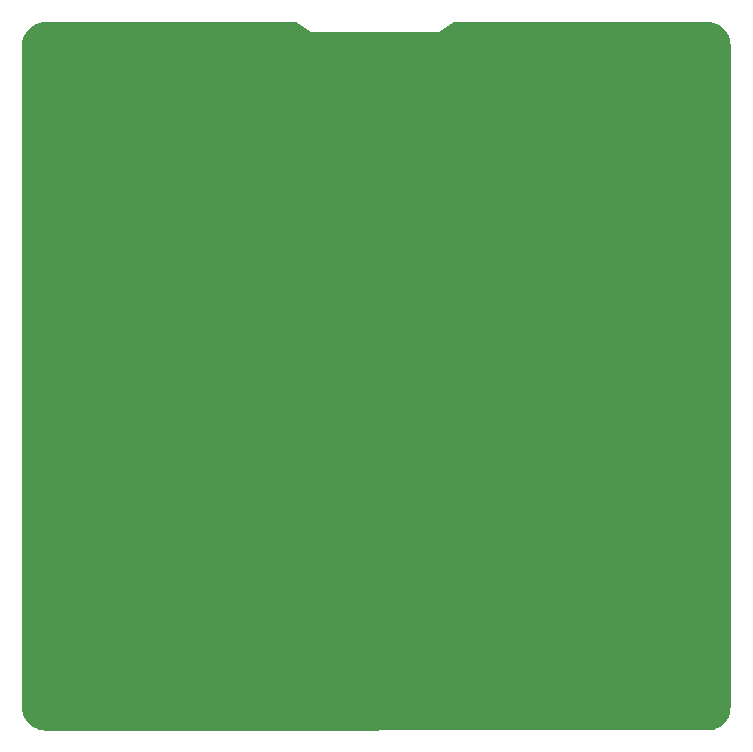
<source format=gbr>
%TF.GenerationSoftware,KiCad,Pcbnew,7.0.7*%
%TF.CreationDate,2024-02-27T15:57:00-08:00*%
%TF.ProjectId,cpu_board,6370755f-626f-4617-9264-2e6b69636164,rev?*%
%TF.SameCoordinates,Original*%
%TF.FileFunction,Soldermask,Top*%
%TF.FilePolarity,Negative*%
%FSLAX46Y46*%
G04 Gerber Fmt 4.6, Leading zero omitted, Abs format (unit mm)*
G04 Created by KiCad (PCBNEW 7.0.7) date 2024-02-27 15:57:00*
%MOMM*%
%LPD*%
G01*
G04 APERTURE LIST*
G04 Aperture macros list*
%AMRoundRect*
0 Rectangle with rounded corners*
0 $1 Rounding radius*
0 $2 $3 $4 $5 $6 $7 $8 $9 X,Y pos of 4 corners*
0 Add a 4 corners polygon primitive as box body*
4,1,4,$2,$3,$4,$5,$6,$7,$8,$9,$2,$3,0*
0 Add four circle primitives for the rounded corners*
1,1,$1+$1,$2,$3*
1,1,$1+$1,$4,$5*
1,1,$1+$1,$6,$7*
1,1,$1+$1,$8,$9*
0 Add four rect primitives between the rounded corners*
20,1,$1+$1,$2,$3,$4,$5,0*
20,1,$1+$1,$4,$5,$6,$7,0*
20,1,$1+$1,$6,$7,$8,$9,0*
20,1,$1+$1,$8,$9,$2,$3,0*%
G04 Aperture macros list end*
%ADD10R,0.600000X0.700000*%
%ADD11R,0.700000X0.600000*%
%ADD12RoundRect,0.225000X-0.225000X-0.250000X0.225000X-0.250000X0.225000X0.250000X-0.225000X0.250000X0*%
%ADD13R,1.409700X0.355600*%
%ADD14R,2.971800X2.971800*%
%ADD15RoundRect,0.250000X-1.100000X0.325000X-1.100000X-0.325000X1.100000X-0.325000X1.100000X0.325000X0*%
%ADD16RoundRect,0.225000X0.250000X-0.225000X0.250000X0.225000X-0.250000X0.225000X-0.250000X-0.225000X0*%
%ADD17R,1.000000X1.000000*%
%ADD18RoundRect,0.063500X-0.800100X-0.152400X0.800100X-0.152400X0.800100X0.152400X-0.800100X0.152400X0*%
%ADD19RoundRect,0.063500X-1.155000X-1.230000X1.155000X-1.230000X1.155000X1.230000X-1.155000X1.230000X0*%
%ADD20R,0.762000X1.500000*%
%ADD21R,0.558800X0.977900*%
%ADD22R,1.000000X1.800000*%
%ADD23C,0.355600*%
%ADD24C,4.700000*%
%ADD25R,1.219200X0.457200*%
%ADD26O,1.219200X0.457200*%
%ADD27RoundRect,0.333000X-1.767000X0.417000X-1.767000X-0.417000X1.767000X-0.417000X1.767000X0.417000X0*%
%ADD28R,0.900000X0.800000*%
%ADD29RoundRect,0.102000X-1.175000X2.550000X-1.175000X-2.550000X1.175000X-2.550000X1.175000X2.550000X0*%
%ADD30R,0.558800X2.159000*%
%ADD31R,0.950000X0.450000*%
%ADD32RoundRect,0.063500X-0.152400X0.800100X-0.152400X-0.800100X0.152400X-0.800100X0.152400X0.800100X0*%
%ADD33RoundRect,0.063500X-1.230000X1.155000X-1.230000X-1.155000X1.230000X-1.155000X1.230000X1.155000X0*%
%ADD34R,1.308000X1.308000*%
%ADD35C,1.308000*%
%ADD36C,0.457200*%
%ADD37O,0.560000X1.840000*%
%ADD38RoundRect,0.250000X0.325000X1.100000X-0.325000X1.100000X-0.325000X-1.100000X0.325000X-1.100000X0*%
%ADD39C,0.650000*%
%ADD40R,0.600000X1.150000*%
%ADD41R,0.300000X1.150000*%
%ADD42O,1.000000X2.100000*%
%ADD43O,1.000000X1.600000*%
%ADD44R,0.740000X2.400000*%
%ADD45RoundRect,0.250000X1.425000X-0.362500X1.425000X0.362500X-1.425000X0.362500X-1.425000X-0.362500X0*%
%ADD46R,1.700000X1.700000*%
%ADD47O,1.700000X1.700000*%
%ADD48RoundRect,0.050800X-0.450000X-0.450000X0.450000X-0.450000X0.450000X0.450000X-0.450000X0.450000X0*%
%ADD49R,4.750000X4.650000*%
%ADD50R,0.406400X0.914400*%
G04 APERTURE END LIST*
D10*
%TO.C,C31*%
X37325000Y-46200000D03*
X38425000Y-46200000D03*
%TD*%
D11*
%TO.C,R33*%
X6400000Y-7000000D03*
X6400000Y-5900000D03*
%TD*%
D10*
%TO.C,R18*%
X38350000Y-25835000D03*
X39450000Y-25835000D03*
%TD*%
D11*
%TO.C,C1*%
X47500000Y-49200000D03*
X47500000Y-50300000D03*
%TD*%
%TO.C,R14*%
X51600000Y-4700000D03*
X51600000Y-5800000D03*
%TD*%
D12*
%TO.C,C78*%
X45205000Y-41200000D03*
X46755000Y-41200000D03*
%TD*%
D11*
%TO.C,R55*%
X7772200Y-23790000D03*
X7772200Y-24890000D03*
%TD*%
D10*
%TO.C,R16*%
X51390000Y-25935000D03*
X50290000Y-25935000D03*
%TD*%
%TO.C,R2*%
X40500000Y-1850000D03*
X41600000Y-1850000D03*
%TD*%
D13*
%TO.C,U1*%
X49652750Y-6924937D03*
X49652750Y-6274951D03*
X49652750Y-5624965D03*
X49652750Y-4974979D03*
X49652750Y-4324993D03*
X49652750Y-3675007D03*
X49652750Y-3025021D03*
X49652750Y-2375035D03*
X49652750Y-1725049D03*
X49652750Y-1075063D03*
X43747250Y-1075063D03*
X43747250Y-1725049D03*
X43747250Y-2375035D03*
X43747250Y-3025021D03*
X43747250Y-3675007D03*
X43747250Y-4324993D03*
X43747250Y-4974979D03*
X43747250Y-5624965D03*
X43747250Y-6274951D03*
X43747250Y-6924937D03*
D14*
X46700000Y-4000000D03*
%TD*%
D11*
%TO.C,R29*%
X58132600Y-27926800D03*
X58132600Y-29026800D03*
%TD*%
D10*
%TO.C,R32*%
X36690000Y-19440000D03*
X35590000Y-19440000D03*
%TD*%
%TO.C,R17*%
X47760000Y-36825000D03*
X48860000Y-36825000D03*
%TD*%
%TO.C,C63*%
X39600000Y-34445000D03*
X38500000Y-34445000D03*
%TD*%
D15*
%TO.C,C79*%
X54660000Y-38460000D03*
X54660000Y-41410000D03*
%TD*%
D11*
%TO.C,R48*%
X25745000Y-14760000D03*
X25745000Y-13660000D03*
%TD*%
D10*
%TO.C,C88*%
X54190000Y-26840000D03*
X55290000Y-26840000D03*
%TD*%
D11*
%TO.C,R37*%
X2680000Y-21690000D03*
X2680000Y-20590000D03*
%TD*%
%TO.C,R64*%
X24600000Y-16600000D03*
X24600000Y-17700000D03*
%TD*%
D16*
%TO.C,C77*%
X41120000Y-21365000D03*
X41120000Y-19815000D03*
%TD*%
D10*
%TO.C,R30*%
X36555000Y-11280000D03*
X35455000Y-11280000D03*
%TD*%
%TO.C,R28*%
X35355000Y-12490000D03*
X36455000Y-12490000D03*
%TD*%
D11*
%TO.C,R45*%
X12857800Y-21690000D03*
X12857800Y-20590000D03*
%TD*%
D10*
%TO.C,C86*%
X53280000Y-26840000D03*
X52180000Y-26840000D03*
%TD*%
D11*
%TO.C,R42*%
X9041100Y-21690000D03*
X9041100Y-20590000D03*
%TD*%
%TO.C,R60*%
X14150000Y-23790000D03*
X14150000Y-24890000D03*
%TD*%
%TO.C,C87*%
X35680000Y-16570000D03*
X35680000Y-17670000D03*
%TD*%
%TO.C,R58*%
X11598900Y-23790000D03*
X11598900Y-24890000D03*
%TD*%
%TO.C,R43*%
X10313300Y-21690000D03*
X10313300Y-20590000D03*
%TD*%
D17*
%TO.C,TP3*%
X41100000Y-43300000D03*
%TD*%
D11*
%TO.C,R39*%
X5224400Y-21690000D03*
X5224400Y-20590000D03*
%TD*%
D10*
%TO.C,R35*%
X40500000Y-900000D03*
X41600000Y-900000D03*
%TD*%
D18*
%TO.C,U8*%
X37716400Y-14491366D03*
X37716400Y-15141379D03*
X37716400Y-15791388D03*
X37716400Y-16441400D03*
X37716400Y-17091412D03*
X37716400Y-17741421D03*
X37716400Y-18391434D03*
X43253600Y-18391434D03*
X43253600Y-17741421D03*
X43253600Y-17091412D03*
X43253600Y-16441400D03*
X43253600Y-15791388D03*
X43253600Y-15141379D03*
X43253600Y-14491366D03*
D19*
X40485000Y-16441400D03*
%TD*%
D20*
%TO.C,SW3*%
X17405000Y-18070000D03*
X18675000Y-18070000D03*
X19945000Y-18070000D03*
X21215000Y-18070000D03*
X21215000Y-10450000D03*
X19945000Y-10450000D03*
X18675000Y-10450000D03*
X17405000Y-10450000D03*
%TD*%
D21*
%TO.C,U5*%
X30855801Y-13590850D03*
X29905800Y-13590850D03*
X28955799Y-13590850D03*
X28955799Y-16321350D03*
X29905800Y-16321350D03*
X30855801Y-16321350D03*
%TD*%
D10*
%TO.C,C66*%
X32220000Y-9780000D03*
X33320000Y-9780000D03*
%TD*%
D11*
%TO.C,R54*%
X6496700Y-23790000D03*
X6496700Y-24890000D03*
%TD*%
D17*
%TO.C,TP8*%
X28970000Y-21370000D03*
%TD*%
D22*
%TO.C,Y3*%
X34050000Y-39300000D03*
X31550000Y-39300000D03*
%TD*%
D23*
%TO.C,U2*%
X23600001Y-23598400D03*
X24400001Y-23598400D03*
X25200000Y-23598400D03*
X26000000Y-23598400D03*
X26800000Y-23598400D03*
X27600000Y-23598400D03*
X28400000Y-23598400D03*
X29200000Y-23598400D03*
X30000000Y-23598400D03*
X30800000Y-23598400D03*
X31600000Y-23598400D03*
X32400000Y-23598400D03*
X33200000Y-23598400D03*
X33999999Y-23598400D03*
X34799999Y-23598400D03*
X35599999Y-23598400D03*
X36399999Y-23598400D03*
X23600001Y-24398500D03*
X24400001Y-24398500D03*
X25200000Y-24398500D03*
X26000000Y-24398500D03*
X26800000Y-24398500D03*
X27600000Y-24398500D03*
X28400000Y-24398500D03*
X29200000Y-24398500D03*
X30000000Y-24398500D03*
X30800000Y-24398500D03*
X31600000Y-24398500D03*
X32400000Y-24398500D03*
X33200000Y-24398500D03*
X33999999Y-24398500D03*
X34799999Y-24398500D03*
X35599999Y-24398500D03*
X36399999Y-24398500D03*
X23600001Y-25198600D03*
X24400001Y-25198600D03*
X25200000Y-25198600D03*
X26000000Y-25198600D03*
X26800000Y-25198600D03*
X27600000Y-25198600D03*
X28400000Y-25198600D03*
X29200000Y-25198600D03*
X30000000Y-25198600D03*
X30800000Y-25198600D03*
X31600000Y-25198600D03*
X32400000Y-25198600D03*
X33200000Y-25198600D03*
X33999999Y-25198600D03*
X34799999Y-25198600D03*
X35599999Y-25198600D03*
X36399999Y-25198600D03*
X23600001Y-25998700D03*
X24400001Y-25998700D03*
X25200000Y-25998700D03*
X26000000Y-25998700D03*
X26800000Y-25998700D03*
X27600000Y-25998700D03*
X28400000Y-25998700D03*
X29200000Y-25998700D03*
X30000000Y-25998700D03*
X30800000Y-25998700D03*
X31600000Y-25998700D03*
X32400000Y-25998700D03*
X33200000Y-25998700D03*
X33999999Y-25998700D03*
X34799999Y-25998700D03*
X35599999Y-25998700D03*
X36399999Y-25998700D03*
X23600001Y-26798800D03*
X24400001Y-26798800D03*
X25200000Y-26798800D03*
X26000000Y-26798800D03*
X26800000Y-26798800D03*
X27600000Y-26798800D03*
X28400000Y-26798800D03*
X29200000Y-26798800D03*
X30000000Y-26798800D03*
X30800000Y-26798800D03*
X31600000Y-26798800D03*
X32400000Y-26798800D03*
X33200000Y-26798800D03*
X33999999Y-26798800D03*
X34799999Y-26798800D03*
X35599999Y-26798800D03*
X36399999Y-26798800D03*
X23600001Y-27598900D03*
X24400001Y-27598900D03*
X25200000Y-27598900D03*
X26000000Y-27598900D03*
X26800000Y-27598900D03*
X27600000Y-27598900D03*
X28400000Y-27598900D03*
X29200000Y-27598900D03*
X30000000Y-27598900D03*
X30800000Y-27598900D03*
X31600000Y-27598900D03*
X32400000Y-27598900D03*
X33200000Y-27598900D03*
X33999999Y-27598900D03*
X34799999Y-27598900D03*
X35599999Y-27598900D03*
X36399999Y-27598900D03*
X23600001Y-28399000D03*
X24400001Y-28399000D03*
X25200000Y-28399000D03*
X26000000Y-28399000D03*
X26800000Y-28399000D03*
X27600000Y-28399000D03*
X28400000Y-28399000D03*
X29200000Y-28399000D03*
X30000000Y-28399000D03*
X30800000Y-28399000D03*
X31600000Y-28399000D03*
X32400000Y-28399000D03*
X33200000Y-28399000D03*
X33999999Y-28399000D03*
X34799999Y-28399000D03*
X35599999Y-28399000D03*
X36399999Y-28399000D03*
X23600001Y-29199100D03*
X24400001Y-29199100D03*
X25200000Y-29199100D03*
X26000000Y-29199100D03*
X26800000Y-29199100D03*
X27600000Y-29199100D03*
X28400000Y-29199100D03*
X29200000Y-29199100D03*
X30000000Y-29199100D03*
X30800000Y-29199100D03*
X31600000Y-29199100D03*
X32400000Y-29199100D03*
X33200000Y-29199100D03*
X33999999Y-29199100D03*
X34799999Y-29199100D03*
X35599999Y-29199100D03*
X36399999Y-29199100D03*
X23600001Y-29999200D03*
X24400001Y-29999200D03*
X25200000Y-29999200D03*
X26000000Y-29999200D03*
X26800000Y-29999200D03*
X27600000Y-29999200D03*
X28400000Y-29999200D03*
X29200000Y-29999200D03*
X30000000Y-29999200D03*
X30800000Y-29999200D03*
X31600000Y-29999200D03*
X32400000Y-29999200D03*
X33200000Y-29999200D03*
X33999999Y-29999200D03*
X34799999Y-29999200D03*
X35599999Y-29999200D03*
X36399999Y-29999200D03*
X23600001Y-30799300D03*
X24400001Y-30799300D03*
X25200000Y-30799300D03*
X26000000Y-30799300D03*
X26800000Y-30799300D03*
X27600000Y-30799300D03*
X28400000Y-30799300D03*
X29200000Y-30799300D03*
X30000000Y-30799300D03*
X30800000Y-30799300D03*
X31600000Y-30799300D03*
X32400000Y-30799300D03*
X33200000Y-30799300D03*
X33999999Y-30799300D03*
X34799999Y-30799300D03*
X35599999Y-30799300D03*
X36399999Y-30799300D03*
X23600001Y-31599400D03*
X24400001Y-31599400D03*
X25200000Y-31599400D03*
X26000000Y-31599400D03*
X26800000Y-31599400D03*
X27600000Y-31599400D03*
X28400000Y-31599400D03*
X29200000Y-31599400D03*
X30000000Y-31599400D03*
X30800000Y-31599400D03*
X31600000Y-31599400D03*
X32400000Y-31599400D03*
X33200000Y-31599400D03*
X33999999Y-31599400D03*
X34799999Y-31599400D03*
X35599999Y-31599400D03*
X36399999Y-31599400D03*
X23600001Y-32399500D03*
X24400001Y-32399500D03*
X25200000Y-32399500D03*
X26000000Y-32399500D03*
X26800000Y-32399500D03*
X27600000Y-32399500D03*
X28400000Y-32399500D03*
X29200000Y-32399500D03*
X30000000Y-32399500D03*
X30800000Y-32399500D03*
X31600000Y-32399500D03*
X32400000Y-32399500D03*
X33200000Y-32399500D03*
X33999999Y-32399500D03*
X34799999Y-32399500D03*
X35599999Y-32399500D03*
X36399999Y-32399500D03*
X23600001Y-33199600D03*
X24400001Y-33199600D03*
X25200000Y-33199600D03*
X26000000Y-33199600D03*
X26800000Y-33199600D03*
X27600000Y-33199600D03*
X28400000Y-33199600D03*
X29200000Y-33199600D03*
X30000000Y-33199600D03*
X30800000Y-33199600D03*
X31600000Y-33199600D03*
X32400000Y-33199600D03*
X33200000Y-33199600D03*
X33999999Y-33199600D03*
X34799999Y-33199600D03*
X35599999Y-33199600D03*
X36399999Y-33199600D03*
X23600001Y-33999700D03*
X24400001Y-33999700D03*
X25200000Y-33999700D03*
X26000000Y-33999700D03*
X26800000Y-33999700D03*
X27600000Y-33999700D03*
X28400000Y-33999700D03*
X29200000Y-33999700D03*
X30000000Y-33999700D03*
X30800000Y-33999700D03*
X31600000Y-33999700D03*
X32400000Y-33999700D03*
X33200000Y-33999700D03*
X33999999Y-33999700D03*
X34799999Y-33999700D03*
X35599999Y-33999700D03*
X36399999Y-33999700D03*
X23600001Y-34799800D03*
X24400001Y-34799800D03*
X25200000Y-34799800D03*
X26000000Y-34799800D03*
X26800000Y-34799800D03*
X27600000Y-34799800D03*
X28400000Y-34799800D03*
X29200000Y-34799800D03*
X30000000Y-34799800D03*
X30800000Y-34799800D03*
X31600000Y-34799800D03*
X32400000Y-34799800D03*
X33200000Y-34799800D03*
X33999999Y-34799800D03*
X34799999Y-34799800D03*
X35599999Y-34799800D03*
X36399999Y-34799800D03*
X23600001Y-35599900D03*
X24400001Y-35599900D03*
X25200000Y-35599900D03*
X26000000Y-35599900D03*
X26800000Y-35599900D03*
X27600000Y-35599900D03*
X28400000Y-35599900D03*
X29200000Y-35599900D03*
X30000000Y-35599900D03*
X30800000Y-35599900D03*
X31600000Y-35599900D03*
X32400000Y-35599900D03*
X33200000Y-35599900D03*
X33999999Y-35599900D03*
X34799999Y-35599900D03*
X35599999Y-35599900D03*
X36399999Y-35599900D03*
X23600001Y-36400000D03*
X24400001Y-36400000D03*
X25200000Y-36400000D03*
X26000000Y-36400000D03*
X26800000Y-36400000D03*
X27600000Y-36400000D03*
X28400000Y-36400000D03*
X29200000Y-36400000D03*
X30000000Y-36400000D03*
X30800000Y-36400000D03*
X31600000Y-36400000D03*
X32400000Y-36400000D03*
X33200000Y-36400000D03*
X33999999Y-36400000D03*
X34799999Y-36400000D03*
X35599999Y-36400000D03*
X36399999Y-36400000D03*
%TD*%
D11*
%TO.C,FB6*%
X11780000Y-44280000D03*
X11780000Y-43180000D03*
%TD*%
D10*
%TO.C,C85*%
X46200000Y-14300000D03*
X45100000Y-14300000D03*
%TD*%
D11*
%TO.C,R40*%
X6496700Y-21690000D03*
X6496700Y-20590000D03*
%TD*%
D24*
%TO.C,H2*%
X3000000Y-3000000D03*
%TD*%
D11*
%TO.C,R53*%
X5221100Y-23790000D03*
X5221100Y-24890000D03*
%TD*%
D25*
%TO.C,U9*%
X45930000Y-50220001D03*
D26*
X45930000Y-49270000D03*
X45930000Y-48319999D03*
X43310000Y-48319999D03*
X43310000Y-50220001D03*
%TD*%
D10*
%TO.C,C62*%
X38350000Y-27265000D03*
X39450000Y-27265000D03*
%TD*%
D12*
%TO.C,C76*%
X45225000Y-39600000D03*
X46775000Y-39600000D03*
%TD*%
D27*
%TO.C,L3*%
X50230000Y-38770000D03*
X50230000Y-42370000D03*
%TD*%
D11*
%TO.C,R25*%
X8590000Y-31910000D03*
X8590000Y-33010000D03*
%TD*%
D28*
%TO.C,Y2*%
X38050000Y-39930000D03*
X36650000Y-39930000D03*
X36650000Y-41030000D03*
X38050000Y-41030000D03*
%TD*%
D11*
%TO.C,R62*%
X25760000Y-16600000D03*
X25760000Y-17700000D03*
%TD*%
D10*
%TO.C,R6*%
X40490000Y-47280000D03*
X41590000Y-47280000D03*
%TD*%
D29*
%TO.C,L1*%
X52175000Y-11600000D03*
X48025000Y-11600000D03*
%TD*%
D11*
%TO.C,R44*%
X11585600Y-21690000D03*
X11585600Y-20590000D03*
%TD*%
%TO.C,R52*%
X3945600Y-23790000D03*
X3945600Y-24890000D03*
%TD*%
%TO.C,R59*%
X12874400Y-23790000D03*
X12874400Y-24890000D03*
%TD*%
%TO.C,R63*%
X23440000Y-16600000D03*
X23440000Y-17700000D03*
%TD*%
D30*
%TO.C,U10*%
X58045000Y-45421800D03*
X56775000Y-45421800D03*
X55505000Y-45421800D03*
X54235000Y-45421800D03*
X52965000Y-45421800D03*
X51695000Y-45421800D03*
X50425000Y-45421800D03*
X49155000Y-45421800D03*
X49155000Y-52178200D03*
X50425000Y-52178200D03*
X51695000Y-52178200D03*
X52965000Y-52178200D03*
X54235000Y-52178200D03*
X55505000Y-52178200D03*
X56775000Y-52178200D03*
X58045000Y-52178200D03*
%TD*%
D31*
%TO.C,U4*%
X48825000Y-27240000D03*
X48825000Y-25970000D03*
X48825000Y-24700000D03*
X48825000Y-23430000D03*
X41075000Y-23430000D03*
X41075000Y-24700000D03*
X41075000Y-25970000D03*
X41075000Y-27240000D03*
%TD*%
D27*
%TO.C,L4*%
X47220000Y-16200000D03*
X47220000Y-19800000D03*
%TD*%
D32*
%TO.C,U7*%
X55252734Y-28826800D03*
X54602721Y-28826800D03*
X53952712Y-28826800D03*
X53302700Y-28826800D03*
X52652688Y-28826800D03*
X52002679Y-28826800D03*
X51352666Y-28826800D03*
X51352666Y-34364000D03*
X52002679Y-34364000D03*
X52652688Y-34364000D03*
X53302700Y-34364000D03*
X53952712Y-34364000D03*
X54602721Y-34364000D03*
X55252734Y-34364000D03*
D33*
X53302700Y-31595400D03*
%TD*%
D34*
%TO.C,J4*%
X3940000Y-38545500D03*
D35*
X3940000Y-40545500D03*
X3940000Y-42545500D03*
X3940000Y-44545500D03*
X3940000Y-46545500D03*
X3940000Y-48545500D03*
%TD*%
D10*
%TO.C,R7*%
X37350000Y-45000000D03*
X38450000Y-45000000D03*
%TD*%
D36*
%TO.C,U6*%
X17075000Y-37925000D03*
X16275000Y-37925000D03*
X15475000Y-37925000D03*
X12275000Y-37925000D03*
X11475000Y-37925000D03*
X10675000Y-37925000D03*
X17075000Y-37125000D03*
X16275000Y-37125000D03*
X15475000Y-37125000D03*
X12275000Y-37125000D03*
X11475000Y-37125000D03*
X10675000Y-37125000D03*
X17075000Y-36325000D03*
X16275000Y-36325000D03*
X15475000Y-36325000D03*
X12275000Y-36325000D03*
X11475000Y-36325000D03*
X10675000Y-36325000D03*
X17075000Y-35525000D03*
X16275000Y-35525000D03*
X15475000Y-35525000D03*
X12275000Y-35525000D03*
X11475000Y-35525000D03*
X10675000Y-35525000D03*
X17075000Y-34725000D03*
X16275000Y-34725000D03*
X15475000Y-34725000D03*
X12275000Y-34725000D03*
X11475000Y-34725000D03*
X10675000Y-34725000D03*
X17075000Y-33925000D03*
X16275000Y-33925000D03*
X15475000Y-33925000D03*
X12275000Y-33925000D03*
X11475000Y-33925000D03*
X10675000Y-33925000D03*
X17075000Y-33125000D03*
X16275000Y-33125000D03*
X15475000Y-33125000D03*
X12275000Y-33125000D03*
X11475000Y-33125000D03*
X10675000Y-33125000D03*
X17075000Y-32325000D03*
X16275000Y-32325000D03*
X15475000Y-32325000D03*
X12275000Y-32325000D03*
X11475000Y-32325000D03*
X10675000Y-32325000D03*
X17075000Y-31525000D03*
X16275000Y-31525000D03*
X15475000Y-31525000D03*
X12275000Y-31525000D03*
X11475000Y-31525000D03*
X10675000Y-31525000D03*
%TD*%
D11*
%TO.C,R19*%
X51600000Y-900000D03*
X51600000Y-2000000D03*
%TD*%
%TO.C,R50*%
X24560000Y-14760000D03*
X24560000Y-13660000D03*
%TD*%
D17*
%TO.C,TP9*%
X31800000Y-19890000D03*
%TD*%
D37*
%TO.C,SW2*%
X2680000Y-18060000D03*
X3950000Y-18060000D03*
X5220000Y-18060000D03*
X6490000Y-18060000D03*
X7760000Y-18060000D03*
X9030000Y-18060000D03*
X10300000Y-18060000D03*
X11570000Y-18060000D03*
X12840000Y-18060000D03*
X14110000Y-18060000D03*
X14110000Y-10370000D03*
X12840000Y-10370000D03*
X11570000Y-10370000D03*
X10300000Y-10370000D03*
X9030000Y-10370000D03*
X7760000Y-10370000D03*
X6490000Y-10370000D03*
X5220000Y-10370000D03*
X3950000Y-10370000D03*
X2680000Y-10370000D03*
%TD*%
D16*
%TO.C,C80*%
X42600000Y-21359100D03*
X42600000Y-19809100D03*
%TD*%
D10*
%TO.C,R20*%
X51410000Y-24735000D03*
X50310000Y-24735000D03*
%TD*%
D38*
%TO.C,C81*%
X41665000Y-11805000D03*
X38715000Y-11805000D03*
%TD*%
D11*
%TO.C,R4*%
X39200000Y-49900000D03*
X39200000Y-48800000D03*
%TD*%
D10*
%TO.C,C18*%
X36650000Y-38650000D03*
X35550000Y-38650000D03*
%TD*%
D11*
%TO.C,R27*%
X56942600Y-29126800D03*
X56942600Y-28026800D03*
%TD*%
%TO.C,R15*%
X51600000Y-2800000D03*
X51600000Y-3900000D03*
%TD*%
%TO.C,C89*%
X35680000Y-15790000D03*
X35680000Y-14690000D03*
%TD*%
%TO.C,C84*%
X50290000Y-36950000D03*
X50290000Y-35850000D03*
%TD*%
D39*
%TO.C,J1*%
X32777500Y-6444000D03*
X26997500Y-6444000D03*
D40*
X33087500Y-7419000D03*
X32287500Y-7419000D03*
D41*
X31137500Y-7419000D03*
X30137500Y-7419000D03*
X29637500Y-7419000D03*
X28637500Y-7419000D03*
D40*
X27487500Y-7419000D03*
X26687500Y-7419000D03*
D41*
X28137500Y-7419000D03*
X29137500Y-7419000D03*
X30637500Y-7419000D03*
X31637500Y-7419000D03*
D42*
X34207500Y-6944000D03*
D43*
X34207500Y-2794000D03*
D42*
X25567500Y-6944000D03*
D43*
X25567500Y-2794000D03*
%TD*%
D10*
%TO.C,R22*%
X27320000Y-10340000D03*
X28420000Y-10340000D03*
%TD*%
%TO.C,R23*%
X32240000Y-11100000D03*
X31140000Y-11100000D03*
%TD*%
D11*
%TO.C,R47*%
X26930000Y-14760000D03*
X26930000Y-13660000D03*
%TD*%
%TO.C,R49*%
X23375000Y-14760000D03*
X23375000Y-13660000D03*
%TD*%
D24*
%TO.C,H1*%
X57000000Y-3000000D03*
%TD*%
D11*
%TO.C,R51*%
X2670000Y-23790000D03*
X2670000Y-24890000D03*
%TD*%
D15*
%TO.C,C82*%
X57930000Y-38465000D03*
X57930000Y-41415000D03*
%TD*%
D10*
%TO.C,R34*%
X40500000Y-3100000D03*
X41600000Y-3100000D03*
%TD*%
%TO.C,C19*%
X38050000Y-38700000D03*
X39150000Y-38700000D03*
%TD*%
D24*
%TO.C,H3*%
X3000000Y-57000000D03*
%TD*%
D11*
%TO.C,R57*%
X10323300Y-23790000D03*
X10323300Y-24890000D03*
%TD*%
D24*
%TO.C,H4*%
X57000000Y-57000000D03*
%TD*%
D44*
%TO.C,J3*%
X28710000Y-41150000D03*
X28710000Y-45050000D03*
X27440000Y-41150000D03*
X27440000Y-45050000D03*
X26170000Y-41150000D03*
X26170000Y-45050000D03*
X24900000Y-41150000D03*
X24900000Y-45050000D03*
X23630000Y-41150000D03*
X23630000Y-45050000D03*
%TD*%
D11*
%TO.C,R46*%
X14130000Y-21690000D03*
X14130000Y-20590000D03*
%TD*%
D12*
%TO.C,C27*%
X51725000Y-7000000D03*
X53275000Y-7000000D03*
%TD*%
D10*
%TO.C,R31*%
X53170000Y-25580000D03*
X54270000Y-25580000D03*
%TD*%
D11*
%TO.C,C21*%
X34070000Y-40800000D03*
X34070000Y-41900000D03*
%TD*%
%TO.C,R61*%
X26920000Y-16600000D03*
X26920000Y-17700000D03*
%TD*%
D45*
%TO.C,R1*%
X51800000Y-21800000D03*
X51800000Y-15875000D03*
%TD*%
D38*
%TO.C,C83*%
X41665000Y-8485000D03*
X38715000Y-8485000D03*
%TD*%
D11*
%TO.C,C2*%
X40530000Y-48270000D03*
X40530000Y-49370000D03*
%TD*%
D46*
%TO.C,J5*%
X8540000Y-3990000D03*
D47*
X11080000Y-3990000D03*
X13620000Y-3990000D03*
X16160000Y-3990000D03*
X18700000Y-3990000D03*
X21240000Y-3990000D03*
%TD*%
D34*
%TO.C,J2*%
X56680000Y-20270000D03*
D35*
X56680000Y-18270000D03*
X56680000Y-16270000D03*
X56680000Y-14270000D03*
X56680000Y-12270000D03*
X56680000Y-10270000D03*
%TD*%
D11*
%TO.C,R41*%
X7768900Y-21690000D03*
X7768900Y-20590000D03*
%TD*%
%TO.C,R38*%
X3952200Y-21690000D03*
X3952200Y-20590000D03*
%TD*%
D48*
%TO.C,SW1*%
X35650000Y-45000000D03*
X31550000Y-45000000D03*
X35650000Y-46600000D03*
X31550000Y-46600000D03*
%TD*%
D31*
%TO.C,U3*%
X48850000Y-34455000D03*
X48850000Y-33185000D03*
X48850000Y-31915000D03*
X48850000Y-30645000D03*
X41050000Y-30645000D03*
X41050000Y-31915000D03*
X41050000Y-33185000D03*
X41050000Y-34455000D03*
D49*
X44950000Y-32550000D03*
%TD*%
D11*
%TO.C,R5*%
X41590000Y-48280000D03*
X41590000Y-49380000D03*
%TD*%
%TO.C,C20*%
X31570000Y-40800000D03*
X31570000Y-41900000D03*
%TD*%
%TO.C,R21*%
X40500000Y-4000000D03*
X40500000Y-5100000D03*
%TD*%
D50*
%TO.C,L2*%
X29489950Y-18190120D03*
X29489950Y-19889890D03*
X30290050Y-19889890D03*
X30290050Y-18190120D03*
%TD*%
D11*
%TO.C,R56*%
X9047800Y-23790000D03*
X9047800Y-24890000D03*
%TD*%
G36*
X57995839Y6785D02*
G01*
X58280523Y-13574D01*
X58280594Y-13584D01*
X58559500Y-74255D01*
X58559569Y-74276D01*
X58827001Y-174022D01*
X58827066Y-174051D01*
X59077582Y-310842D01*
X59077642Y-310881D01*
X59306139Y-481932D01*
X59306193Y-481979D01*
X59508021Y-683807D01*
X59508068Y-683861D01*
X59679119Y-912358D01*
X59679158Y-912418D01*
X59815949Y-1162934D01*
X59815978Y-1162999D01*
X59915724Y-1430431D01*
X59915745Y-1430500D01*
X59976416Y-1709406D01*
X59976426Y-1709477D01*
X59996785Y-1994160D01*
X59996786Y-1994196D01*
X59996786Y-58000018D01*
X59996785Y-58000053D01*
X59976438Y-58284738D01*
X59976428Y-58284809D01*
X59915755Y-58563715D01*
X59915734Y-58563784D01*
X59815986Y-58831216D01*
X59815957Y-58831281D01*
X59679165Y-59081797D01*
X59679126Y-59081857D01*
X59508074Y-59310354D01*
X59508027Y-59310408D01*
X59306198Y-59512236D01*
X59306144Y-59512283D01*
X59077645Y-59683334D01*
X59077585Y-59683373D01*
X58827069Y-59820163D01*
X58827004Y-59820192D01*
X58559570Y-59919938D01*
X58559501Y-59919959D01*
X58280595Y-59980630D01*
X58280524Y-59980640D01*
X57995840Y-60000999D01*
X57995804Y-60001000D01*
X1994196Y-60006782D01*
X1994160Y-60006781D01*
X1709477Y-59986421D01*
X1709406Y-59986411D01*
X1430501Y-59925740D01*
X1430432Y-59925719D01*
X1162999Y-59825973D01*
X1162934Y-59825944D01*
X912419Y-59689153D01*
X912359Y-59689114D01*
X683862Y-59518063D01*
X683808Y-59518016D01*
X481980Y-59316188D01*
X481933Y-59316134D01*
X310882Y-59087637D01*
X310843Y-59087577D01*
X174052Y-58837062D01*
X174023Y-58836997D01*
X74277Y-58569564D01*
X74256Y-58569495D01*
X13584Y-58290585D01*
X13573Y-58290504D01*
X-999Y-58005820D01*
X-1000Y-58005795D01*
X-1000Y-1999982D01*
X-999Y-1999946D01*
X19360Y-1715262D01*
X19370Y-1715191D01*
X80040Y-1436286D01*
X80061Y-1436217D01*
X179807Y-1168784D01*
X179836Y-1168719D01*
X316626Y-918203D01*
X316665Y-918143D01*
X487716Y-689645D01*
X487763Y-689591D01*
X689591Y-487763D01*
X689645Y-487716D01*
X918143Y-316665D01*
X918203Y-316626D01*
X1168719Y-179836D01*
X1168784Y-179807D01*
X1436217Y-80061D01*
X1436286Y-80040D01*
X1715191Y-19370D01*
X1715262Y-19360D01*
X1999946Y999D01*
X1999982Y1000D01*
X23200154Y1000D01*
X23200448Y907D01*
X24480313Y-897996D01*
X35274683Y-897996D01*
X36564554Y908D01*
X36564846Y1000D01*
X57995804Y6786D01*
X57995839Y6785D01*
G37*
M02*

</source>
